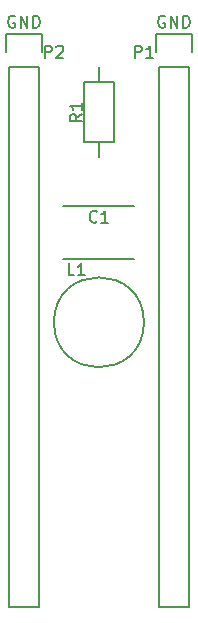
<source format=gbr>
G04 #@! TF.FileFunction,Legend,Top*
%FSLAX46Y46*%
G04 Gerber Fmt 4.6, Leading zero omitted, Abs format (unit mm)*
G04 Created by KiCad (PCBNEW 4.0.3+e1-6302~38~ubuntu16.04.1-stable) date Thu Aug 25 17:12:51 2016*
%MOMM*%
%LPD*%
G01*
G04 APERTURE LIST*
%ADD10C,0.100000*%
%ADD11C,0.150000*%
G04 APERTURE END LIST*
D10*
D11*
X91440000Y-71120000D02*
X91440000Y-66040000D01*
X91440000Y-66040000D02*
X93980000Y-66040000D01*
X93980000Y-66040000D02*
X93980000Y-71120000D01*
X93980000Y-71120000D02*
X91440000Y-71120000D01*
X92710000Y-71120000D02*
X92710000Y-72390000D01*
X92710000Y-66040000D02*
X92710000Y-64770000D01*
X89670000Y-76490000D02*
X95670000Y-76490000D01*
X95670000Y-80990000D02*
X89670000Y-80990000D01*
X96520000Y-86360000D02*
G75*
G03X96520000Y-86360000I-3810000J0D01*
G01*
X97790000Y-64770000D02*
X97790000Y-110490000D01*
X97790000Y-110490000D02*
X100330000Y-110490000D01*
X100330000Y-110490000D02*
X100330000Y-64770000D01*
X97510000Y-61950000D02*
X97510000Y-63500000D01*
X97790000Y-64770000D02*
X100330000Y-64770000D01*
X100610000Y-63500000D02*
X100610000Y-61950000D01*
X100610000Y-61950000D02*
X97510000Y-61950000D01*
X85090000Y-64770000D02*
X85090000Y-110490000D01*
X85090000Y-110490000D02*
X87630000Y-110490000D01*
X87630000Y-110490000D02*
X87630000Y-64770000D01*
X84810000Y-61950000D02*
X84810000Y-63500000D01*
X85090000Y-64770000D02*
X87630000Y-64770000D01*
X87910000Y-63500000D02*
X87910000Y-61950000D01*
X87910000Y-61950000D02*
X84810000Y-61950000D01*
X91257381Y-68746666D02*
X90781190Y-69080000D01*
X91257381Y-69318095D02*
X90257381Y-69318095D01*
X90257381Y-68937142D01*
X90305000Y-68841904D01*
X90352619Y-68794285D01*
X90447857Y-68746666D01*
X90590714Y-68746666D01*
X90685952Y-68794285D01*
X90733571Y-68841904D01*
X90781190Y-68937142D01*
X90781190Y-69318095D01*
X91257381Y-67794285D02*
X91257381Y-68365714D01*
X91257381Y-68080000D02*
X90257381Y-68080000D01*
X90400238Y-68175238D01*
X90495476Y-68270476D01*
X90543095Y-68365714D01*
X92543334Y-77827143D02*
X92495715Y-77874762D01*
X92352858Y-77922381D01*
X92257620Y-77922381D01*
X92114762Y-77874762D01*
X92019524Y-77779524D01*
X91971905Y-77684286D01*
X91924286Y-77493810D01*
X91924286Y-77350952D01*
X91971905Y-77160476D01*
X92019524Y-77065238D01*
X92114762Y-76970000D01*
X92257620Y-76922381D01*
X92352858Y-76922381D01*
X92495715Y-76970000D01*
X92543334Y-77017619D01*
X93495715Y-77922381D02*
X92924286Y-77922381D01*
X93210000Y-77922381D02*
X93210000Y-76922381D01*
X93114762Y-77065238D01*
X93019524Y-77160476D01*
X92924286Y-77208095D01*
X90638334Y-82367381D02*
X90162143Y-82367381D01*
X90162143Y-81367381D01*
X91495477Y-82367381D02*
X90924048Y-82367381D01*
X91209762Y-82367381D02*
X91209762Y-81367381D01*
X91114524Y-81510238D01*
X91019286Y-81605476D01*
X90924048Y-81653095D01*
X95781905Y-63952381D02*
X95781905Y-62952381D01*
X96162858Y-62952381D01*
X96258096Y-63000000D01*
X96305715Y-63047619D01*
X96353334Y-63142857D01*
X96353334Y-63285714D01*
X96305715Y-63380952D01*
X96258096Y-63428571D01*
X96162858Y-63476190D01*
X95781905Y-63476190D01*
X97305715Y-63952381D02*
X96734286Y-63952381D01*
X97020000Y-63952381D02*
X97020000Y-62952381D01*
X96924762Y-63095238D01*
X96829524Y-63190476D01*
X96734286Y-63238095D01*
X98298096Y-60460000D02*
X98202858Y-60412381D01*
X98060001Y-60412381D01*
X97917143Y-60460000D01*
X97821905Y-60555238D01*
X97774286Y-60650476D01*
X97726667Y-60840952D01*
X97726667Y-60983810D01*
X97774286Y-61174286D01*
X97821905Y-61269524D01*
X97917143Y-61364762D01*
X98060001Y-61412381D01*
X98155239Y-61412381D01*
X98298096Y-61364762D01*
X98345715Y-61317143D01*
X98345715Y-60983810D01*
X98155239Y-60983810D01*
X98774286Y-61412381D02*
X98774286Y-60412381D01*
X99345715Y-61412381D01*
X99345715Y-60412381D01*
X99821905Y-61412381D02*
X99821905Y-60412381D01*
X100060000Y-60412381D01*
X100202858Y-60460000D01*
X100298096Y-60555238D01*
X100345715Y-60650476D01*
X100393334Y-60840952D01*
X100393334Y-60983810D01*
X100345715Y-61174286D01*
X100298096Y-61269524D01*
X100202858Y-61364762D01*
X100060000Y-61412381D01*
X99821905Y-61412381D01*
X88161905Y-63952381D02*
X88161905Y-62952381D01*
X88542858Y-62952381D01*
X88638096Y-63000000D01*
X88685715Y-63047619D01*
X88733334Y-63142857D01*
X88733334Y-63285714D01*
X88685715Y-63380952D01*
X88638096Y-63428571D01*
X88542858Y-63476190D01*
X88161905Y-63476190D01*
X89114286Y-63047619D02*
X89161905Y-63000000D01*
X89257143Y-62952381D01*
X89495239Y-62952381D01*
X89590477Y-63000000D01*
X89638096Y-63047619D01*
X89685715Y-63142857D01*
X89685715Y-63238095D01*
X89638096Y-63380952D01*
X89066667Y-63952381D01*
X89685715Y-63952381D01*
X85598096Y-60460000D02*
X85502858Y-60412381D01*
X85360001Y-60412381D01*
X85217143Y-60460000D01*
X85121905Y-60555238D01*
X85074286Y-60650476D01*
X85026667Y-60840952D01*
X85026667Y-60983810D01*
X85074286Y-61174286D01*
X85121905Y-61269524D01*
X85217143Y-61364762D01*
X85360001Y-61412381D01*
X85455239Y-61412381D01*
X85598096Y-61364762D01*
X85645715Y-61317143D01*
X85645715Y-60983810D01*
X85455239Y-60983810D01*
X86074286Y-61412381D02*
X86074286Y-60412381D01*
X86645715Y-61412381D01*
X86645715Y-60412381D01*
X87121905Y-61412381D02*
X87121905Y-60412381D01*
X87360000Y-60412381D01*
X87502858Y-60460000D01*
X87598096Y-60555238D01*
X87645715Y-60650476D01*
X87693334Y-60840952D01*
X87693334Y-60983810D01*
X87645715Y-61174286D01*
X87598096Y-61269524D01*
X87502858Y-61364762D01*
X87360000Y-61412381D01*
X87121905Y-61412381D01*
M02*

</source>
